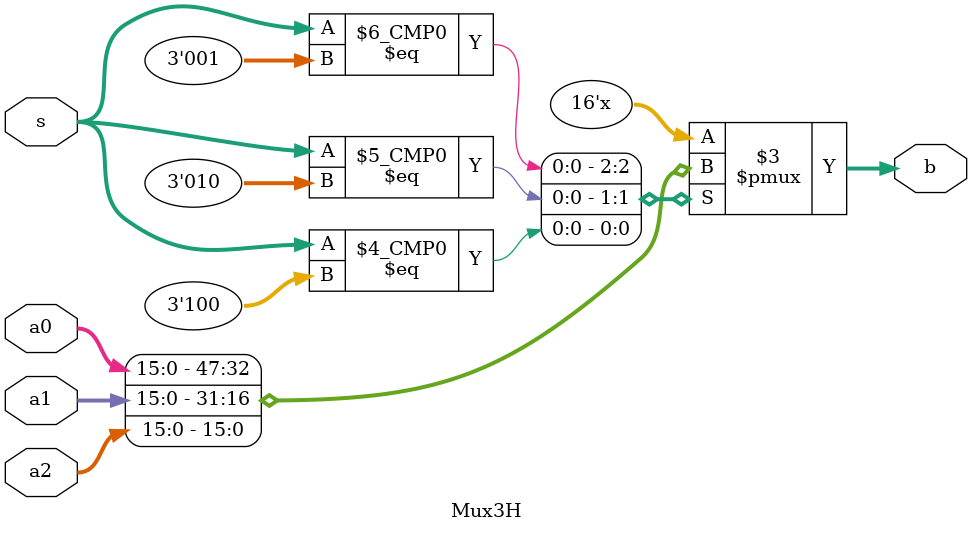
<source format=v>


module InstructionDecoder(iRegToiDec,//Inputs to the Decoder
                            nsel,

                            opcode,//To FSM
                            op,

                            ALUop,//To datapath
                            sximm5,
                            sximm8,
                            shift,
                            readnum,
                            writenum,
                            b_cond);


  // Inputs/outputs to the module
  input [15:0] iRegToiDec;//Inputs to the Decoder
  input [2:0] nsel; //NOTE: Use the 1-HOT select for Rn | Rd | Rm

  output [2:0] opcode;//To FSM
  output [1:0] op;

  output [1:0] ALUop;//To datapath
  output [15:0] sximm5;
  output [15:0] sximm8;
  output [1:0] shift;
  output [2:0] readnum;
  output [2:0] writenum;
  output [2:0] b_cond;

//------------------------------------------------------------------------------

  //Wires
  wire [2:0] Rn, Rd, Rm;
  wire [2:0] muxOutNsel;

  //------------------------------------------------------------------------------

  //Module instantiating

  //outouts readnum and writenum
  Mux3H #(3) MuxToReadnumWritenum(Rn, Rd, Rm, nsel, muxOutNsel);

  //------------------------------------------------------------------------------

  //Assignments

  //input to the ALUop
  assign ALUop = iRegToiDec[12:11];
  //Sign extends bit 4
  assign sximm5 = (iRegToiDec[4])?
                  {{11{1'b1}},iRegToiDec[4:0]}:{{11{1'b0}},iRegToiDec[4:0]};
  //Sign extends bit 7;
  assign sximm8 = (iRegToiDec[7])?
                  {{8{1'b1}},iRegToiDec[7:0]}:{{8{1'b0}},iRegToiDec[7:0]};

  assign Rm = iRegToiDec[2:0];

  assign {opcode, op, //15:13, 12:11
          Rn, Rd,   //10:8, 7:5
           shift  //4:3
           } = iRegToiDec[15:3];

  //outputs of the MUX
  assign readnum = muxOutNsel;
  assign writenum = muxOutNsel;

  //Output to b_cond:
  assign b_cond = Rn;

endmodule

//******************************************************************************

//3-Input-1-HOT-Select-MUX
module Mux3H(a2, a1, a0, s, b);

  parameter k = 16;
  input [k-1:0] a2, a1, a0; //inputs
  input [2:0] s; //1-HOT Select
  output [k-1:0] b;
  reg [k-1:0] b;

  always @ ( * ) begin
    case (s)
      3'b001: b= a0;
      3'b010: b= a1;
      3'b100: b= a2;
      default: b= 16'bx; // catches errors
    endcase
  end

endmodule

</source>
